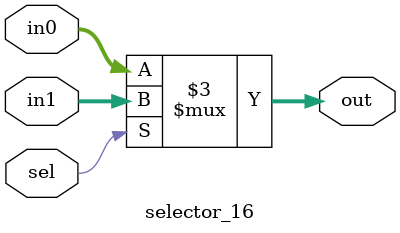
<source format=v>
`timescale 1ps/1ps

module selector_16 (in0, in1, sel, out);
    input sel;
    input [15:0] in0, in1;
    output [15:0] out;
    reg [15:0] out;

    always @ (in0 or in1 or sel) begin
      if (sel) begin
        out <= #1 in1;
      end else begin
        out <= #1 in0;
      end
    end
endmodule
</source>
